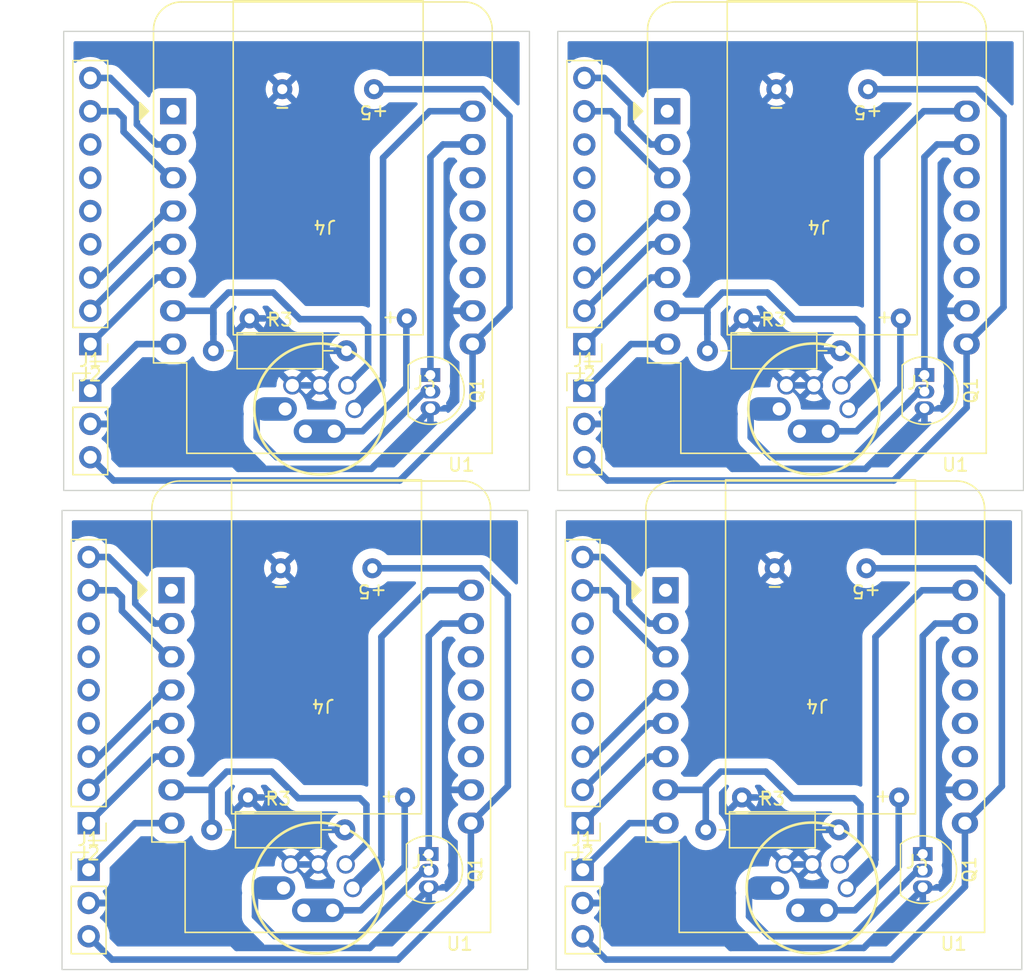
<source format=kicad_pcb>
(kicad_pcb (version 20211014) (generator pcbnew)
  (layers (0 "F.Cu" signal) (31 "B.Cu" signal) (34 "B.Paste" user) (35 "F.Paste" user) (36 "B.SilkS" user "B.Silkscreen") (37 "F.SilkS" user "F.Silkscreen") (38 "B.Mask" user) (39 "F.Mask" user) (44 "Edge.Cuts" user))
  (net 0 "")
  (net 1 "+3V3")
  (net 2 "GND")
  (net 3 "+5V")
  (net 4 "Net-(J2-Pad1)")
  (net 5 "Net-(J2-Pad2)")
  (net 6 "Net-(J2-Pad3)")
  (net 7 "Net-(J2-Pad4)")
  (net 8 "Net-(J2-Pad5)")
  (net 9 "Net-(J2-Pad6)")
  (net 10 "Net-(J2-Pad7)")
  (net 11 "Net-(J2-Pad8)")
  (net 12 "Net-(J2-Pad9)")
  (net 13 "VCC")
  (net 14 "Net-(J3-Pad3)")
  (net 15 "Net-(J3-Pad4)")
  (net 16 "Net-(J3-Pad5)")
  (net 18 "Net-(U1-Pad15)")
  (footprint "Connector_PinHeader_2.54mm:PinHeader_1x03_P2.54mm_Vertical" (layer "F.Cu") (at 54.864 81.788)
    (fp_text reference "J1" (at 0 -2.33) (layer "F.SilkS"))
    (fp_text value "Conn_01x03_Male")
    (pad "1" thru_hole rect (at 0 0) (size 1.7 1.7) (drill 1) (layers *.Cu *.Mask) (net 1 "+3V3"))
    (pad "2" thru_hole oval (at 0 2.54) (size 1.7 1.7) (drill 1) (layers *.Cu *.Mask) (net 2 "GND"))
    (pad "3" thru_hole oval (at 0 5.08) (size 1.7 1.7) (drill 1) (layers *.Cu *.Mask) (net 3 "+5V"))
  )
  (footprint "Connector_PinHeader_2.54mm:PinHeader_1x09_P2.54mm_Vertical" (layer "F.Cu") (at 54.864 78.232 180)
    (fp_text reference "J2" (at 0 -2.33) (layer "F.SilkS"))
    (fp_text value "Conn_01x09_Male")
    (pad "1" thru_hole rect (at 0 0 180) (size 1.7 1.7) (drill 1) (layers *.Cu *.Mask) (net 4 "Net-(J2-Pad1)"))
    (pad "2" thru_hole oval (at 0 2.54 180) (size 1.7 1.7) (drill 1) (layers *.Cu *.Mask) (net 5 "Net-(J2-Pad2)"))
    (pad "3" thru_hole oval (at 0 5.08 180) (size 1.7 1.7) (drill 1) (layers *.Cu *.Mask) (net 6 "Net-(J2-Pad3)"))
    (pad "4" thru_hole oval (at 0 7.62 180) (size 1.7 1.7) (drill 1) (layers *.Cu *.Mask) (net 7 "Net-(J2-Pad4)"))
    (pad "5" thru_hole oval (at 0 10.16 180) (size 1.7 1.7) (drill 1) (layers *.Cu *.Mask) (net 8 "Net-(J2-Pad5)"))
    (pad "6" thru_hole oval (at 0 12.7 180) (size 1.7 1.7) (drill 1) (layers *.Cu *.Mask) (net 9 "Net-(J2-Pad6)"))
    (pad "7" thru_hole oval (at 0 15.24 180) (size 1.7 1.7) (drill 1) (layers *.Cu *.Mask) (net 10 "Net-(J2-Pad7)"))
    (pad "8" thru_hole oval (at 0 17.78 180) (size 1.7 1.7) (drill 1) (layers *.Cu *.Mask) (net 11 "Net-(J2-Pad8)"))
    (pad "9" thru_hole oval (at 0 20.32 180) (size 1.7 1.7) (drill 1) (layers *.Cu *.Mask) (net 12 "Net-(J2-Pad9)"))
  )
  (footprint "Connector_PinHeader_2.54mm:PinHeader_1x03_P2.54mm_Vertical" (layer "F.Cu") (at 92.583 81.788)
    (fp_text reference "J1" (at 0 -2.33) (layer "F.SilkS"))
    (fp_text value "Conn_01x03_Male")
    (pad "1" thru_hole rect (at 0 0) (size 1.7 1.7) (drill 1) (layers *.Cu *.Mask) (net 1 "+3V3"))
    (pad "2" thru_hole oval (at 0 2.54) (size 1.7 1.7) (drill 1) (layers *.Cu *.Mask) (net 2 "GND"))
    (pad "3" thru_hole oval (at 0 5.08) (size 1.7 1.7) (drill 1) (layers *.Cu *.Mask) (net 3 "+5V"))
  )
  (footprint "Resistor_THT:R_Axial_DIN0207_L6.3mm_D2.5mm_P10.16mm_Horizontal" (layer "F.Cu") (at 101.854 115.316)
    (fp_text reference "R3" (at 5.08 -2.37) (layer "F.SilkS"))
    (fp_text value "10k")
    (pad "1" thru_hole circle (at 0 0) (size 1.6 1.6) (drill 0.8) (layers *.Cu *.Mask) (net 16 "Net-(J3-Pad5)"))
    (pad "2" thru_hole oval (at 10.16 0) (size 1.6 1.6) (drill 0.8) (layers *.Cu *.Mask) (net 2 "GND"))
  )
  (footprint "Package_TO_SOT_THT:TO-92L_Inline" (layer "F.Cu") (at 118.549 80.588 -90)
    (fp_text reference "Q1" (at 1.19 -3.56 90) (layer "F.SilkS"))
    (fp_text value "Q_PNP_EBC")
    (pad "1" thru_hole rect (at 0 0 270) (size 1.05 1.5) (drill 0.75) (layers *.Cu *.Mask) (net 18 "Net-(U1-Pad15)"))
    (pad "2" thru_hole oval (at 1.27 0 270) (size 1.05 1.5) (drill 0.75) (layers *.Cu *.Mask) (net 15 "Net-(J3-Pad4)"))
    (pad "3" thru_hole oval (at 2.54 0 270) (size 1.05 1.5) (drill 0.75) (layers *.Cu *.Mask) (net 2 "GND"))
  )
  (footprint "Resistor_THT:R_Axial_DIN0207_L6.3mm_D2.5mm_P10.16mm_Horizontal" (layer "F.Cu") (at 64.262 78.74)
    (fp_text reference "R3" (at 5.08 -2.37) (layer "F.SilkS"))
    (fp_text value "10k")
    (pad "1" thru_hole circle (at 0 0) (size 1.6 1.6) (drill 0.8) (layers *.Cu *.Mask) (net 16 "Net-(J3-Pad5)"))
    (pad "2" thru_hole oval (at 10.16 0) (size 1.6 1.6) (drill 0.8) (layers *.Cu *.Mask) (net 2 "GND"))
  )
  (footprint "Connector_PinHeader_2.54mm:PinHeader_1x03_P2.54mm_Vertical" (layer "F.Cu") (at 54.737 118.364)
    (fp_text reference "J1" (at 0 -2.33) (layer "F.SilkS"))
    (fp_text value "Conn_01x03_Male")
    (pad "1" thru_hole rect (at 0 0) (size 1.7 1.7) (drill 1) (layers *.Cu *.Mask) (net 1 "+3V3"))
    (pad "2" thru_hole oval (at 0 2.54) (size 1.7 1.7) (drill 1) (layers *.Cu *.Mask) (net 2 "GND"))
    (pad "3" thru_hole oval (at 0 5.08) (size 1.7 1.7) (drill 1) (layers *.Cu *.Mask) (net 3 "+5V"))
  )
  (footprint "Module:WEMOS_D1_mini_light" (layer "F.Cu") (at 61.063 97.026)
    (fp_text reference "U1" (at 22 27) (layer "F.SilkS"))
    (fp_text value "WeMos_D1_mini")
    (pad "1" thru_hole rect (at 0 0) (size 2 2) (drill 1) (layers *.Cu *.Mask))
    (pad "2" thru_hole oval (at 0 2.54) (size 2 1.6) (drill 1) (layers *.Cu *.Mask) (net 12 "Net-(J2-Pad9)"))
    (pad "3" thru_hole oval (at 0 5.08) (size 2 1.6) (drill 1) (layers *.Cu *.Mask) (net 11 "Net-(J2-Pad8)"))
    (pad "4" thru_hole oval (at 0 7.62) (size 2 1.6) (drill 1) (layers *.Cu *.Mask) (net 6 "Net-(J2-Pad3)"))
    (pad "5" thru_hole oval (at 0 10.16) (size 2 1.6) (drill 1) (layers *.Cu *.Mask) (net 5 "Net-(J2-Pad2)"))
    (pad "6" thru_hole oval (at 0 12.7) (size 2 1.6) (drill 1) (layers *.Cu *.Mask) (net 4 "Net-(J2-Pad1)"))
    (pad "7" thru_hole oval (at 0 15.24) (size 2 1.6) (drill 1) (layers *.Cu *.Mask) (net 16 "Net-(J3-Pad5)"))
    (pad "8" thru_hole oval (at 0 17.78) (size 2 1.6) (drill 1) (layers *.Cu *.Mask) (net 1 "+3V3"))
    (pad "9" thru_hole oval (at 22.86 17.78) (size 2 1.6) (drill 1) (layers *.Cu *.Mask) (net 3 "+5V"))
    (pad "10" thru_hole oval (at 22.86 15.24) (size 2 1.6) (drill 1) (layers *.Cu *.Mask) (net 2 "GND"))
    (pad "11" thru_hole oval (at 22.86 12.7) (size 2 1.6) (drill 1) (layers *.Cu *.Mask) (net 7 "Net-(J2-Pad4)"))
    (pad "12" thru_hole oval (at 22.86 10.16) (size 2 1.6) (drill 1) (layers *.Cu *.Mask) (net 8 "Net-(J2-Pad5)"))
    (pad "13" thru_hole oval (at 22.86 7.62) (size 2 1.6) (drill 1) (layers *.Cu *.Mask) (net 9 "Net-(J2-Pad6)"))
    (pad "14" thru_hole oval (at 22.86 5.08) (size 2 1.6) (drill 1) (layers *.Cu *.Mask) (net 10 "Net-(J2-Pad7)"))
    (pad "15" thru_hole oval (at 22.86 2.54) (size 2 1.6) (drill 1) (layers *.Cu *.Mask) (net 18 "Net-(U1-Pad15)"))
    (pad "16" thru_hole oval (at 22.86 0) (size 2 1.6) (drill 1) (layers *.Cu *.Mask) (net 14 "Net-(J3-Pad3)"))
  )
  (footprint "CursedDin:Buck" (layer "F.Cu") (at 110.744 64.77 180)
    (fp_text reference "J4" (at 0.25 -4.5 180 unlocked) (layer "F.SilkS"))
    (fp_text value "Buck")
    (fp_text user "+" (at -4.75 -11.5 180 unlocked) (layer "F.SilkS"))
    (fp_text user "-" (at 3.5 4.5 180 unlocked) (layer "F.SilkS"))
    (fp_text user "-" (at 4.25 -11.5 180 unlocked) (layer "F.SilkS"))
    (fp_text user "+5" (at -3.5 4.25 180 unlocked) (layer "F.SilkS"))
    (pad "1" thru_hole circle (at -6 -11.5 180) (size 1.524 1.524) (drill 0.762) (layers *.Cu *.Mask) (net 13 "VCC"))
    (pad "2" thru_hole circle (at 6 -11.5 180) (size 1.524 1.524) (drill 0.762) (layers *.Cu *.Mask) (net 2 "GND"))
    (pad "3" thru_hole circle (at -3.5 6 180) (size 1.524 1.524) (drill 0.762) (layers *.Cu *.Mask) (net 3 "+5V"))
    (pad "4" thru_hole circle (at 3.5 6 180) (size 1.524 1.524) (drill 0.762) (layers *.Cu *.Mask) (net 2 "GND"))
  )
  (footprint "Resistor_THT:R_Axial_DIN0207_L6.3mm_D2.5mm_P10.16mm_Horizontal" (layer "F.Cu") (at 64.135 115.316)
    (fp_text reference "R3" (at 5.08 -2.37) (layer "F.SilkS"))
    (fp_text value "10k")
    (pad "1" thru_hole circle (at 0 0) (size 1.6 1.6) (drill 0.8) (layers *.Cu *.Mask) (net 16 "Net-(J3-Pad5)"))
    (pad "2" thru_hole oval (at 10.16 0) (size 1.6 1.6) (drill 0.8) (layers *.Cu *.Mask) (net 2 "GND"))
  )
  (footprint "CursedDin:Buck" (layer "F.Cu") (at 110.617 101.346 180)
    (fp_text reference "J4" (at 0.25 -4.5 180 unlocked) (layer "F.SilkS"))
    (fp_text value "Buck")
    (fp_text user "+" (at -4.75 -11.5 180 unlocked) (layer "F.SilkS"))
    (fp_text user "-" (at 3.5 4.5 180 unlocked) (layer "F.SilkS"))
    (fp_text user "-" (at 4.25 -11.5 180 unlocked) (layer "F.SilkS"))
    (fp_text user "+5" (at -3.5 4.25 180 unlocked) (layer "F.SilkS"))
    (pad "1" thru_hole circle (at -6 -11.5 180) (size 1.524 1.524) (drill 0.762) (layers *.Cu *.Mask) (net 13 "VCC"))
    (pad "2" thru_hole circle (at 6 -11.5 180) (size 1.524 1.524) (drill 0.762) (layers *.Cu *.Mask) (net 2 "GND"))
    (pad "3" thru_hole circle (at -3.5 6 180) (size 1.524 1.524) (drill 0.762) (layers *.Cu *.Mask) (net 3 "+5V"))
    (pad "4" thru_hole circle (at 3.5 6 180) (size 1.524 1.524) (drill 0.762) (layers *.Cu *.Mask) (net 2 "GND"))
  )
  (footprint "CursedDin:Mini 7" (layer "F.Cu") (at 109.982 119.761)
    (fp_text reference "J3" (at 8 -2 unlocked) (layer "F.SilkS"))
    (fp_text value "Mini-DIN-7")
    (pad "1" thru_hole circle (at 1.1 1.7) (size 1.4 1.4) (drill 1) (layers *.Cu *.Mask) (net 13 "VCC"))
    (pad "2" thru_hole circle (at -1.1 1.7) (size 1.4 1.4) (drill 1) (layers *.Cu *.Mask) (net 13 "VCC"))
    (pad "3" thru_hole circle (at 2.65 0) (size 1.4 1.4) (drill 1) (layers *.Cu *.Mask) (net 14 "Net-(J3-Pad3)"))
    (pad "4" thru_hole circle (at -2.65 0) (size 1.4 1.4) (drill 1) (layers *.Cu *.Mask) (net 15 "Net-(J3-Pad4)"))
    (pad "5" thru_hole circle (at 2.1 -1.8) (size 1.4 1.4) (drill 1) (layers *.Cu *.Mask) (net 16 "Net-(J3-Pad5)"))
    (pad "6" thru_hole circle (at 0 -1.8) (size 1.4 1.4) (drill 1) (layers *.Cu *.Mask) (net 2 "GND"))
    (pad "7" thru_hole circle (at -2.1 -1.8) (size 1.4 1.4) (drill 1) (layers *.Cu *.Mask) (net 2 "GND"))
  )
  (footprint "CursedDin:Mini 7" (layer "F.Cu") (at 72.263 119.761)
    (fp_text reference "J3" (at 8 -2 unlocked) (layer "F.SilkS"))
    (fp_text value "Mini-DIN-7")
    (pad "1" thru_hole circle (at 1.1 1.7) (size 1.4 1.4) (drill 1) (layers *.Cu *.Mask) (net 13 "VCC"))
    (pad "2" thru_hole circle (at -1.1 1.7) (size 1.4 1.4) (drill 1) (layers *.Cu *.Mask) (net 13 "VCC"))
    (pad "3" thru_hole circle (at 2.65 0) (size 1.4 1.4) (drill 1) (layers *.Cu *.Mask) (net 14 "Net-(J3-Pad3)"))
    (pad "4" thru_hole circle (at -2.65 0) (size 1.4 1.4) (drill 1) (layers *.Cu *.Mask) (net 15 "Net-(J3-Pad4)"))
    (pad "5" thru_hole circle (at 2.1 -1.8) (size 1.4 1.4) (drill 1) (layers *.Cu *.Mask) (net 16 "Net-(J3-Pad5)"))
    (pad "6" thru_hole circle (at 0 -1.8) (size 1.4 1.4) (drill 1) (layers *.Cu *.Mask) (net 2 "GND"))
    (pad "7" thru_hole circle (at -2.1 -1.8) (size 1.4 1.4) (drill 1) (layers *.Cu *.Mask) (net 2 "GND"))
  )
  (footprint "CursedDin:Buck" (layer "F.Cu") (at 72.898 101.346 180)
    (fp_text reference "J4" (at 0.25 -4.5 180 unlocked) (layer "F.SilkS"))
    (fp_text value "Buck")
    (fp_text user "+" (at -4.75 -11.5 180 unlocked) (layer "F.SilkS"))
    (fp_text user "-" (at 3.5 4.5 180 unlocked) (layer "F.SilkS"))
    (fp_text user "-" (at 4.25 -11.5 180 unlocked) (layer "F.SilkS"))
    (fp_text user "+5" (at -3.5 4.25 180 unlocked) (layer "F.SilkS"))
    (pad "1" thru_hole circle (at -6 -11.5 180) (size 1.524 1.524) (drill 0.762) (layers *.Cu *.Mask) (net 13 "VCC"))
    (pad "2" thru_hole circle (at 6 -11.5 180) (size 1.524 1.524) (drill 0.762) (layers *.Cu *.Mask) (net 2 "GND"))
    (pad "3" thru_hole circle (at -3.5 6 180) (size 1.524 1.524) (drill 0.762) (layers *.Cu *.Mask) (net 3 "+5V"))
    (pad "4" thru_hole circle (at 3.5 6 180) (size 1.524 1.524) (drill 0.762) (layers *.Cu *.Mask) (net 2 "GND"))
  )
  (footprint "Package_TO_SOT_THT:TO-92L_Inline" (layer "F.Cu") (at 118.422 117.164 -90)
    (fp_text reference "Q1" (at 1.19 -3.56 90) (layer "F.SilkS"))
    (fp_text value "Q_PNP_EBC")
    (pad "1" thru_hole rect (at 0 0 270) (size 1.05 1.5) (drill 0.75) (layers *.Cu *.Mask) (net 18 "Net-(U1-Pad15)"))
    (pad "2" thru_hole oval (at 1.27 0 270) (size 1.05 1.5) (drill 0.75) (layers *.Cu *.Mask) (net 15 "Net-(J3-Pad4)"))
    (pad "3" thru_hole oval (at 2.54 0 270) (size 1.05 1.5) (drill 0.75) (layers *.Cu *.Mask) (net 2 "GND"))
  )
  (footprint "Resistor_THT:R_Axial_DIN0207_L6.3mm_D2.5mm_P10.16mm_Horizontal" (layer "F.Cu") (at 101.981 78.74)
    (fp_text reference "R3" (at 5.08 -2.37) (layer "F.SilkS"))
    (fp_text value "10k")
    (pad "1" thru_hole circle (at 0 0) (size 1.6 1.6) (drill 0.8) (layers *.Cu *.Mask) (net 16 "Net-(J3-Pad5)"))
    (pad "2" thru_hole oval (at 10.16 0) (size 1.6 1.6) (drill 0.8) (layers *.Cu *.Mask) (net 2 "GND"))
  )
  (footprint "Package_TO_SOT_THT:TO-92L_Inline" (layer "F.Cu") (at 80.83 80.588 -90)
    (fp_text reference "Q1" (at 1.19 -3.56 90) (layer "F.SilkS"))
    (fp_text value "Q_PNP_EBC")
    (pad "1" thru_hole rect (at 0 0 270) (size 1.05 1.5) (drill 0.75) (layers *.Cu *.Mask) (net 18 "Net-(U1-Pad15)"))
    (pad "2" thru_hole oval (at 1.27 0 270) (size 1.05 1.5) (drill 0.75) (layers *.Cu *.Mask) (net 15 "Net-(J3-Pad4)"))
    (pad "3" thru_hole oval (at 2.54 0 270) (size 1.05 1.5) (drill 0.75) (layers *.Cu *.Mask) (net 2 "GND"))
  )
  (footprint "CursedDin:Mini 7" (layer "F.Cu") (at 110.109 83.185)
    (fp_text reference "J3" (at 8 -2 unlocked) (layer "F.SilkS"))
    (fp_text value "Mini-DIN-7")
    (pad "1" thru_hole circle (at 1.1 1.7) (size 1.4 1.4) (drill 1) (layers *.Cu *.Mask) (net 13 "VCC"))
    (pad "2" thru_hole circle (at -1.1 1.7) (size 1.4 1.4) (drill 1) (layers *.Cu *.Mask) (net 13 "VCC"))
    (pad "3" thru_hole circle (at 2.65 0) (size 1.4 1.4) (drill 1) (layers *.Cu *.Mask) (net 14 "Net-(J3-Pad3)"))
    (pad "4" thru_hole circle (at -2.65 0) (size 1.4 1.4) (drill 1) (layers *.Cu *.Mask) (net 15 "Net-(J3-Pad4)"))
    (pad "5" thru_hole circle (at 2.1 -1.8) (size 1.4 1.4) (drill 1) (layers *.Cu *.Mask) (net 16 "Net-(J3-Pad5)"))
    (pad "6" thru_hole circle (at 0 -1.8) (size 1.4 1.4) (drill 1) (layers *.Cu *.Mask) (net 2 "GND"))
    (pad "7" thru_hole circle (at -2.1 -1.8) (size 1.4 1.4) (drill 1) (layers *.Cu *.Mask) (net 2 "GND"))
  )
  (footprint "Connector_PinHeader_2.54mm:PinHeader_1x09_P2.54mm_Vertical" (layer "F.Cu") (at 92.456 114.808 180)
    (fp_text reference "J2" (at 0 -2.33) (layer "F.SilkS"))
    (fp_text value "Conn_01x09_Male")
    (pad "1" thru_hole rect (at 0 0 180) (size 1.7 1.7) (drill 1) (layers *.Cu *.Mask) (net 4 "Net-(J2-Pad1)"))
    (pad "2" thru_hole oval (at 0 2.54 180) (size 1.7 1.7) (drill 1) (layers *.Cu *.Mask) (net 5 "Net-(J2-Pad2)"))
    (pad "3" thru_hole oval (at 0 5.08 180) (size 1.7 1.7) (drill 1) (layers *.Cu *.Mask) (net 6 "Net-(J2-Pad3)"))
    (pad "4" thru_hole oval (at 0 7.62 180) (size 1.7 1.7) (drill 1) (layers *.Cu *.Mask) (net 7 "Net-(J2-Pad4)"))
    (pad "5" thru_hole oval (at 0 10.16 180) (size 1.7 1.7) (drill 1) (layers *.Cu *.Mask) (net 8 "Net-(J2-Pad5)"))
    (pad "6" thru_hole oval (at 0 12.7 180) (size 1.7 1.7) (drill 1) (layers *.Cu *.Mask) (net 9 "Net-(J2-Pad6)"))
    (pad "7" thru_hole oval (at 0 15.24 180) (size 1.7 1.7) (drill 1) (layers *.Cu *.Mask) (net 10 "Net-(J2-Pad7)"))
    (pad "8" thru_hole oval (at 0 17.78 180) (size 1.7 1.7) (drill 1) (layers *.Cu *.Mask) (net 11 "Net-(J2-Pad8)"))
    (pad "9" thru_hole oval (at 0 20.32 180) (size 1.7 1.7) (drill 1) (layers *.Cu *.Mask) (net 12 "Net-(J2-Pad9)"))
  )
  (footprint "Package_TO_SOT_THT:TO-92L_Inline" (layer "F.Cu") (at 80.703 117.164 -90)
    (fp_text reference "Q1" (at 1.19 -3.56 90) (layer "F.SilkS"))
    (fp_text value "Q_PNP_EBC")
    (pad "1" thru_hole rect (at 0 0 270) (size 1.05 1.5) (drill 0.75) (layers *.Cu *.Mask) (net 18 "Net-(U1-Pad15)"))
    (pad "2" thru_hole oval (at 1.27 0 270) (size 1.05 1.5) (drill 0.75) (layers *.Cu *.Mask) (net 15 "Net-(J3-Pad4)"))
    (pad "3" thru_hole oval (at 2.54 0 270) (size 1.05 1.5) (drill 0.75) (layers *.Cu *.Mask) (net 2 "GND"))
  )
  (footprint "CursedDin:Mini 7" (layer "F.Cu") (at 72.39 83.185)
    (fp_text reference "J3" (at 8 -2 unlocked) (layer "F.SilkS"))
    (fp_text value "Mini-DIN-7")
    (pad "1" thru_hole circle (at 1.1 1.7) (size 1.4 1.4) (drill 1) (layers *.Cu *.Mask) (net 13 "VCC"))
    (pad "2" thru_hole circle (at -1.1 1.7) (size 1.4 1.4) (drill 1) (layers *.Cu *.Mask) (net 13 "VCC"))
    (pad "3" thru_hole circle (at 2.65 0) (size 1.4 1.4) (drill 1) (layers *.Cu *.Mask) (net 14 "Net-(J3-Pad3)"))
    (pad "4" thru_hole circle (at -2.65 0) (size 1.4 1.4) (drill 1) (layers *.Cu *.Mask) (net 15 "Net-(J3-Pad4)"))
    (pad "5" thru_hole circle (at 2.1 -1.8) (size 1.4 1.4) (drill 1) (layers *.Cu *.Mask) (net 16 "Net-(J3-Pad5)"))
    (pad "6" thru_hole circle (at 0 -1.8) (size 1.4 1.4) (drill 1) (layers *.Cu *.Mask) (net 2 "GND"))
    (pad "7" thru_hole circle (at -2.1 -1.8) (size 1.4 1.4) (drill 1) (layers *.Cu *.Mask) (net 2 "GND"))
  )
  (footprint "CursedDin:Buck" (layer "F.Cu") (at 73.025 64.77 180)
    (fp_text reference "J4" (at 0.25 -4.5 180 unlocked) (layer "F.SilkS"))
    (fp_text value "Buck")
    (fp_text user "+" (at -4.75 -11.5 180 unlocked) (layer "F.SilkS"))
    (fp_text user "-" (at 3.5 4.5 180 unlocked) (layer "F.SilkS"))
    (fp_text user "-" (at 4.25 -11.5 180 unlocked) (layer "F.SilkS"))
    (fp_text user "+5" (at -3.5 4.25 180 unlocked) (layer "F.SilkS"))
    (pad "1" thru_hole circle (at -6 -11.5 180) (size 1.524 1.524) (drill 0.762) (layers *.Cu *.Mask) (net 13 "VCC"))
    (pad "2" thru_hole circle (at 6 -11.5 180) (size 1.524 1.524) (drill 0.762) (layers *.Cu *.Mask) (net 2 "GND"))
    (pad "3" thru_hole circle (at -3.5 6 180) (size 1.524 1.524) (drill 0.762) (layers *.Cu *.Mask) (net 3 "+5V"))
    (pad "4" thru_hole circle (at 3.5 6 180) (size 1.524 1.524) (drill 0.762) (layers *.Cu *.Mask) (net 2 "GND"))
  )
  (footprint "Module:WEMOS_D1_mini_light" (layer "F.Cu") (at 61.19 60.45)
    (fp_text reference "U1" (at 22 27) (layer "F.SilkS"))
    (fp_text value "WeMos_D1_mini")
    (pad "1" thru_hole rect (at 0 0) (size 2 2) (drill 1) (layers *.Cu *.Mask))
    (pad "2" thru_hole oval (at 0 2.54) (size 2 1.6) (drill 1) (layers *.Cu *.Mask) (net 12 "Net-(J2-Pad9)"))
    (pad "3" thru_hole oval (at 0 5.08) (size 2 1.6) (drill 1) (layers *.Cu *.Mask) (net 11 "Net-(J2-Pad8)"))
    (pad "4" thru_hole oval (at 0 7.62) (size 2 1.6) (drill 1) (layers *.Cu *.Mask) (net 6 "Net-(J2-Pad3)"))
    (pad "5" thru_hole oval (at 0 10.16) (size 2 1.6) (drill 1) (layers *.Cu *.Mask) (net 5 "Net-(J2-Pad2)"))
    (pad "6" thru_hole oval (at 0 12.7) (size 2 1.6) (drill 1) (layers *.Cu *.Mask) (net 4 "Net-(J2-Pad1)"))
    (pad "7" thru_hole oval (at 0 15.24) (size 2 1.6) (drill 1) (layers *.Cu *.Mask) (net 16 "Net-(J3-Pad5)"))
    (pad "8" thru_hole oval (at 0 17.78) (size 2 1.6) (drill 1) (layers *.Cu *.Mask) (net 1 "+3V3"))
    (pad "9" thru_hole oval (at 22.86 17.78) (size 2 1.6) (drill 1) (layers *.Cu *.Mask) (net 3 "+5V"))
    (pad "10" thru_hole oval (at 22.86 15.24) (size 2 1.6) (drill 1) (layers *.Cu *.Mask) (net 2 "GND"))
    (pad "11" thru_hole oval (at 22.86 12.7) (size 2 1.6) (drill 1) (layers *.Cu *.Mask) (net 7 "Net-(J2-Pad4)"))
    (pad "12" thru_hole oval (at 22.86 10.16) (size 2 1.6) (drill 1) (layers *.Cu *.Mask) (net 8 "Net-(J2-Pad5)"))
    (pad "13" thru_hole oval (at 22.86 7.62) (size 2 1.6) (drill 1) (layers *.Cu *.Mask) (net 9 "Net-(J2-Pad6)"))
    (pad "14" thru_hole oval (at 22.86 5.08) (size 2 1.6) (drill 1) (layers *.Cu *.Mask) (net 10 "Net-(J2-Pad7)"))
    (pad "15" thru_hole oval (at 22.86 2.54) (size 2 1.6) (drill 1) (layers *.Cu *.Mask) (net 18 "Net-(U1-Pad15)"))
    (pad "16" thru_hole oval (at 22.86 0) (size 2 1.6) (drill 1) (layers *.Cu *.Mask) (net 14 "Net-(J3-Pad3)"))
  )
  (footprint "Module:WEMOS_D1_mini_light" (layer "F.Cu") (at 98.782 97.026)
    (fp_text reference "U1" (at 22 27) (layer "F.SilkS"))
    (fp_text value "WeMos_D1_mini")
    (pad "1" thru_hole rect (at 0 0) (size 2 2) (drill 1) (layers *.Cu *.Mask))
    (pad "2" thru_hole oval (at 0 2.54) (size 2 1.6) (drill 1) (layers *.Cu *.Mask) (net 12 "Net-(J2-Pad9)"))
    (pad "3" thru_hole oval (at 0 5.08) (size 2 1.6) (drill 1) (layers *.Cu *.Mask) (net 11 "Net-(J2-Pad8)"))
    (pad "4" thru_hole oval (at 0 7.62) (size 2 1.6) (drill 1) (layers *.Cu *.Mask) (net 6 "Net-(J2-Pad3)"))
    (pad "5" thru_hole oval (at 0 10.16) (size 2 1.6) (drill 1) (layers *.Cu *.Mask) (net 5 "Net-(J2-Pad2)"))
    (pad "6" thru_hole oval (at 0 12.7) (size 2 1.6) (drill 1) (layers *.Cu *.Mask) (net 4 "Net-(J2-Pad1)"))
    (pad "7" thru_hole oval (at 0 15.24) (size 2 1.6) (drill 1) (layers *.Cu *.Mask) (net 16 "Net-(J3-Pad5)"))
    (pad "8" thru_hole oval (at 0 17.78) (size 2 1.6) (drill 1) (layers *.Cu *.Mask) (net 1 "+3V3"))
    (pad "9" thru_hole oval (at 22.86 17.78) (size 2 1.6) (drill 1) (layers *.Cu *.Mask) (net 3 "+5V"))
    (pad "10" thru_hole oval (at 22.86 15.24) (size 2 1.6) (drill 1) (layers *.Cu *.Mask) (net 2 "GND"))
    (pad "11" thru_hole oval (at 22.86 12.7) (size 2 1.6) (drill 1) (layers *.Cu *.Mask) (net 7 "Net-(J2-Pad4)"))
    (pad "12" thru_hole oval (at 22.86 10.16) (size 2 1.6) (drill 1) (layers *.Cu *.Mask) (net 8 "Net-(J2-Pad5)"))
    (pad "13" thru_hole oval (at 22.86 7.62) (size 2 1.6) (drill 1) (layers *.Cu *.Mask) (net 9 "Net-(J2-Pad6)"))
    (pad "14" thru_hole oval (at 22.86 5.08) (size 2 1.6) (drill 1) (layers *.Cu *.Mask) (net 10 "Net-(J2-Pad7)"))
    (pad "15" thru_hole oval (at 22.86 2.54) (size 2 1.6) (drill 1) (layers *.Cu *.Mask) (net 18 "Net-(U1-Pad15)"))
    (pad "16" thru_hole oval (at 22.86 0) (size 2 1.6) (drill 1) (layers *.Cu *.Mask) (net 14 "Net-(J3-Pad3)"))
  )
  (footprint "Module:WEMOS_D1_mini_light" (layer "F.Cu") (at 98.909 60.45)
    (fp_text reference "U1" (at 22 27) (layer "F.SilkS"))
    (fp_text value "WeMos_D1_mini")
    (pad "1" thru_hole rect (at 0 0) (size 2 2) (drill 1) (layers *.Cu *.Mask))
    (pad "2" thru_hole oval (at 0 2.54) (size 2 1.6) (drill 1) (layers *.Cu *.Mask) (net 12 "Net-(J2-Pad9)"))
    (pad "3" thru_hole oval (at 0 5.08) (size 2 1.6) (drill 1) (layers *.Cu *.Mask) (net 11 "Net-(J2-Pad8)"))
    (pad "4" thru_hole oval (at 0 7.62) (size 2 1.6) (drill 1) (layers *.Cu *.Mask) (net 6 "Net-(J2-Pad3)"))
    (pad "5" thru_hole oval (at 0 10.16) (size 2 1.6) (drill 1) (layers *.Cu *.Mask) (net 5 "Net-(J2-Pad2)"))
    (pad "6" thru_hole oval (at 0 12.7) (size 2 1.6) (drill 1) (layers *.Cu *.Mask) (net 4 "Net-(J2-Pad1)"))
    (pad "7" thru_hole oval (at 0 15.24) (size 2 1.6) (drill 1) (layers *.Cu *.Mask) (net 16 "Net-(J3-Pad5)"))
    (pad "8" thru_hole oval (at 0 17.78) (size 2 1.6) (drill 1) (layers *.Cu *.Mask) (net 1 "+3V3"))
    (pad "9" thru_hole oval (at 22.86 17.78) (size 2 1.6) (drill 1) (layers *.Cu *.Mask) (net 3 "+5V"))
    (pad "10" thru_hole oval (at 22.86 15.24) (size 2 1.6) (drill 1) (layers *.Cu *.Mask) (net 2 "GND"))
    (pad "11" thru_hole oval (at 22.86 12.7) (size 2 1.6) (drill 1) (layers *.Cu *.Mask) (net 7 "Net-(J2-Pad4)"))
    (pad "12" thru_hole oval (at 22.86 10.16) (size 2 1.6) (drill 1) (layers *.Cu *.Mask) (net 8 "Net-(J2-Pad5)"))
    (pad "13" thru_hole oval (at 22.86 7.62) (size 2 1.6) (drill 1) (layers *.Cu *.Mask) (net 9 "Net-(J2-Pad6)"))
    (pad "14" thru_hole oval (at 22.86 5.08) (size 2 1.6) (drill 1) (layers *.Cu *.Mask) (net 10 "Net-(J2-Pad7)"))
    (pad "15" thru_hole oval (at 22.86 2.54) (size 2 1.6) (drill 1) (layers *.Cu *.Mask) (net 18 "Net-(U1-Pad15)"))
    (pad "16" thru_hole oval (at 22.86 0) (size 2 1.6) (drill 1) (layers *.Cu *.Mask) (net 14 "Net-(J3-Pad3)"))
  )
  (footprint "Connector_PinHeader_2.54mm:PinHeader_1x09_P2.54mm_Vertical" (layer "F.Cu") (at 54.737 114.808 180)
    (fp_text reference "J2" (at 0 -2.33) (layer "F.SilkS"))
    (fp_text value "Conn_01x09_Male")
    (pad "1" thru_hole rect (at 0 0 180) (size 1.7 1.7) (drill 1) (layers *.Cu *.Mask) (net 4 "Net-(J2-Pad1)"))
    (pad "2" thru_hole oval (at 0 2.54 180) (size 1.7 1.7) (drill 1) (layers *.Cu *.Mask) (net 5 "Net-(J2-Pad2)"))
    (pad "3" thru_hole oval (at 0 5.08 180) (size 1.7 1.7) (drill 1) (layers *.Cu *.Mask) (net 6 "Net-(J2-Pad3)"))
    (pad "4" thru_hole oval (at 0 7.62 180) (size 1.7 1.7) (drill 1) (layers *.Cu *.Mask) (net 7 "Net-(J2-Pad4)"))
    (pad "5" thru_hole oval (at 0 10.16 180) (size 1.7 1.7) (drill 1) (layers *.Cu *.Mask) (net 8 "Net-(J2-Pad5)"))
    (pad "6" thru_hole oval (at 0 12.7 180) (size 1.7 1.7) (drill 1) (layers *.Cu *.Mask) (net 9 "Net-(J2-Pad6)"))
    (pad "7" thru_hole oval (at 0 15.24 180) (size 1.7 1.7) (drill 1) (layers *.Cu *.Mask) (net 10 "Net-(J2-Pad7)"))
    (pad "8" thru_hole oval (at 0 17.78 180) (size 1.7 1.7) (drill 1) (layers *.Cu *.Mask) (net 11 "Net-(J2-Pad8)"))
    (pad "9" thru_hole oval (at 0 20.32 180) (size 1.7 1.7) (drill 1) (layers *.Cu *.Mask) (net 12 "Net-(J2-Pad9)"))
  )
  (footprint "Connector_PinHeader_2.54mm:PinHeader_1x09_P2.54mm_Vertical" (layer "F.Cu") (at 92.583 78.232 180)
    (fp_text reference "J2" (at 0 -2.33) (layer "F.SilkS"))
    (fp_text value "Conn_01x09_Male")
    (pad "1" thru_hole rect (at 0 0 180) (size 1.7 1.7) (drill 1) (layers *.Cu *.Mask) (net 4 "Net-(J2-Pad1)"))
    (pad "2" thru_hole oval (at 0 2.54 180) (size 1.7 1.7) (drill 1) (layers *.Cu *.Mask) (net 5 "Net-(J2-Pad2)"))
    (pad "3" thru_hole oval (at 0 5.08 180) (size 1.7 1.7) (drill 1) (layers *.Cu *.Mask) (net 6 "Net-(J2-Pad3)"))
    (pad "4" thru_hole oval (at 0 7.62 180) (size 1.7 1.7) (drill 1) (layers *.Cu *.Mask) (net 7 "Net-(J2-Pad4)"))
    (pad "5" thru_hole oval (at 0 10.16 180) (size 1.7 1.7) (drill 1) (layers *.Cu *.Mask) (net 8 "Net-(J2-Pad5)"))
    (pad "6" thru_hole oval (at 0 12.7 180) (size 1.7 1.7) (drill 1) (layers *.Cu *.Mask) (net 9 "Net-(J2-Pad6)"))
    (pad "7" thru_hole oval (at 0 15.24 180) (size 1.7 1.7) (drill 1) (layers *.Cu *.Mask) (net 10 "Net-(J2-Pad7)"))
    (pad "8" thru_hole oval (at 0 17.78 180) (size 1.7 1.7) (drill 1) (layers *.Cu *.Mask) (net 11 "Net-(J2-Pad8)"))
    (pad "9" thru_hole oval (at 0 20.32 180) (size 1.7 1.7) (drill 1) (layers *.Cu *.Mask) (net 12 "Net-(J2-Pad9)"))
  )
  (footprint "Connector_PinHeader_2.54mm:PinHeader_1x03_P2.54mm_Vertical" (layer "F.Cu") (at 92.456 118.364)
    (fp_text reference "J1" (at 0 -2.33) (layer "F.SilkS"))
    (fp_text value "Conn_01x03_Male")
    (pad "1" thru_hole rect (at 0 0) (size 1.7 1.7) (drill 1) (layers *.Cu *.Mask) (net 1 "+3V3"))
    (pad "2" thru_hole oval (at 0 2.54) (size 1.7 1.7) (drill 1) (layers *.Cu *.Mask) (net 2 "GND"))
    (pad "3" thru_hole oval (at 0 5.08) (size 1.7 1.7) (drill 1) (layers *.Cu *.Mask) (net 3 "+5V"))
  )
  (gr_rect (start 90.424 108.458) (end 90.424 108.458) (layer "Edge.Cuts") (width 0.1) (fill none))
  (gr_rect (start 52.705 108.458) (end 52.705 108.458) (layer "Edge.Cuts") (width 0.1) (fill none))
  (gr_rect (start 88.265 125.984) (end 52.705 90.932) (layer "Edge.Cuts") (width 0.1) (fill none))
  (gr_rect (start 90.551 71.882) (end 90.551 71.882) (layer "Edge.Cuts") (width 0.1) (fill none))
  (gr_rect (start 88.392 89.408) (end 52.832 54.356) (layer "Edge.Cuts") (width 0.1) (fill none))
  (gr_rect (start 52.832 71.882) (end 52.832 71.882) (layer "Edge.Cuts") (width 0.1) (fill none))
  (gr_rect (start 126.111 89.408) (end 90.551 54.356) (layer "Edge.Cuts") (width 0.1) (fill none))
  (gr_rect (start 125.984 125.984) (end 90.424 90.932) (layer "Edge.Cuts") (width 0.1) (fill none))
  (segment (start 58.295 114.806) (end 61.063 114.806) (width 0.5) (layer "B.Cu") (net 1))
  (segment (start 58.422 78.23) (end 61.19 78.23) (width 0.5) (layer "B.Cu") (net 1))
  (segment (start 96.014 114.806) (end 98.782 114.806) (width 0.5) (layer "B.Cu") (net 1))
  (segment (start 92.583 81.788) (end 96.141 78.23) (width 0.5) (layer "B.Cu") (net 1))
  (segment (start 92.456 118.364) (end 96.014 114.806) (width 0.5) (layer "B.Cu") (net 1))
  (segment (start 54.864 81.788) (end 58.422 78.23) (width 0.5) (layer "B.Cu") (net 1))
  (segment (start 96.141 78.23) (end 98.909 78.23) (width 0.5) (layer "B.Cu") (net 1))
  (segment (start 54.737 118.364) (end 58.295 114.806) (width 0.5) (layer "B.Cu") (net 1))
  (segment (start 105.734 112.846) (end 104.617 112.846) (width 0.5) (layer "B.Cu") (net 2))
  (segment (start 70.29 81.385) (end 72.39 81.385) (width 0.5) (layer "B.Cu") (net 2))
  (segment (start 70.163 117.961) (end 72.263 117.961) (width 0.5) (layer "B.Cu") (net 2))
  (segment (start 80.83 83.254) (end 76.327 87.757) (width 0.5) (layer "B.Cu") (net 2))
  (segment (start 68.142 76.27) (end 67.025 76.27) (width 0.5) (layer "B.Cu") (net 2))
  (segment (start 118.549 83.254) (end 114.046 87.757) (width 0.5) (layer "B.Cu") (net 2))
  (segment (start 54.737 120.904) (end 62.611 120.904) (width 0.5) (layer "B.Cu") (net 2))
  (segment (start 108.009 81.385) (end 110.109 81.385) (width 0.5) (layer "B.Cu") (net 2))
  (segment (start 118.549 83.128) (end 118.549 83.254) (width 0.5) (layer "B.Cu") (net 2))
  (segment (start 54.864 84.328) (end 62.738 84.328) (width 0.5) (layer "B.Cu") (net 2))
  (segment (start 103.886 87.757) (end 100.457 84.328) (width 0.5) (layer "B.Cu") (net 2))
  (segment (start 118.422 119.83) (end 113.919 124.333) (width 0.5) (layer "B.Cu") (net 2))
  (segment (start 113.919 124.333) (end 103.759 124.333) (width 0.5) (layer "B.Cu") (net 2))
  (segment (start 103.759 124.333) (end 100.33 120.904) (width 0.5) (layer "B.Cu") (net 2))
  (segment (start 80.703 119.704) (end 80.703 119.83) (width 0.5) (layer "B.Cu") (net 2))
  (segment (start 114.046 87.757) (end 103.886 87.757) (width 0.5) (layer "B.Cu") (net 2))
  (segment (start 76.327 87.757) (end 66.167 87.757) (width 0.5) (layer "B.Cu") (net 2))
  (segment (start 105.861 76.27) (end 104.744 76.27) (width 0.5) (layer "B.Cu") (net 2))
  (segment (start 92.456 120.904) (end 100.33 120.904) (width 0.5) (layer "B.Cu") (net 2))
  (segment (start 76.2 124.333) (end 66.04 124.333) (width 0.5) (layer "B.Cu") (net 2))
  (segment (start 66.04 124.333) (end 62.611 120.904) (width 0.5) (layer "B.Cu") (net 2))
  (segment (start 107.882 117.961) (end 109.982 117.961) (width 0.5) (layer "B.Cu") (net 2))
  (segment (start 80.703 119.83) (end 76.2 124.333) (width 0.5) (layer "B.Cu") (net 2))
  (segment (start 92.583 84.328) (end 100.457 84.328) (width 0.5) (layer "B.Cu") (net 2))
  (segment (start 68.015 112.846) (end 66.898 112.846) (width 0.5) (layer "B.Cu") (net 2))
  (segment (start 118.422 119.704) (end 118.422 119.83) (width 0.5) (layer "B.Cu") (net 2))
  (segment (start 80.83 83.128) (end 80.83 83.254) (width 0.5) (layer "B.Cu") (net 2))
  (segment (start 66.167 87.757) (end 62.738 84.328) (width 0.5) (layer "B.Cu") (net 2))
  (segment (start 78.486 88.646) (end 84.05 83.082) (width 0.5) (layer "B.Cu") (net 3))
  (segment (start 124.46 97.409) (end 124.46 111.988) (width 0.5) (layer "B.Cu") (net 3))
  (segment (start 54.864 86.868) (end 56.642 88.646) (width 0.5) (layer "B.Cu") (net 3))
  (segment (start 86.741 97.409) (end 86.741 111.988) (width 0.5) (layer "B.Cu") (net 3))
  (segment (start 78.359 125.222) (end 83.923 119.658) (width 0.5) (layer "B.Cu") (net 3))
  (segment (start 84.805 58.77) (end 86.868 60.833) (width 0.5) (layer "B.Cu") (net 3))
  (segment (start 124.46 111.988) (end 121.642 114.806) (width 0.5) (layer "B.Cu") (net 3))
  (segment (start 114.244 58.77) (end 122.524 58.77) (width 0.5) (layer "B.Cu") (net 3))
  (segment (start 86.868 75.412) (end 84.05 78.23) (width 0.5) (layer "B.Cu") (net 3))
  (segment (start 56.515 125.222) (end 78.359 125.222) (width 0.5) (layer "B.Cu") (net 3))
  (segment (start 114.117 95.346) (end 122.397 95.346) (width 0.5) (layer "B.Cu") (net 3))
  (segment (start 54.737 123.444) (end 56.515 125.222) (width 0.5) (layer "B.Cu") (net 3))
  (segment (start 92.456 123.444) (end 94.234 125.222) (width 0.5) (layer "B.Cu") (net 3))
  (segment (start 76.398 95.346) (end 84.678 95.346) (width 0.5) (layer "B.Cu") (net 3))
  (segment (start 76.525 58.77) (end 84.805 58.77) (width 0.5) (layer "B.Cu") (net 3))
  (segment (start 86.741 111.988) (end 83.923 114.806) (width 0.5) (layer "B.Cu") (net 3))
  (segment (start 83.923 119.658) (end 83.923 114.806) (width 0.5) (layer "B.Cu") (net 3))
  (segment (start 84.678 95.346) (end 86.741 97.409) (width 0.5) (layer "B.Cu") (net 3))
  (segment (start 84.05 83.082) (end 84.05 78.23) (width 0.5) (layer "B.Cu") (net 3))
  (segment (start 56.642 88.646) (end 78.486 88.646) (width 0.5) (layer "B.Cu") (net 3))
  (segment (start 116.078 125.222) (end 121.642 119.658) (width 0.5) (layer "B.Cu") (net 3))
  (segment (start 86.868 60.833) (end 86.868 75.412) (width 0.5) (layer "B.Cu") (net 3))
  (segment (start 116.205 88.646) (end 121.769 83.082) (width 0.5) (layer "B.Cu") (net 3))
  (segment (start 121.642 119.658) (end 121.642 114.806) (width 0.5) (layer "B.Cu") (net 3))
  (segment (start 124.587 75.412) (end 121.769 78.23) (width 0.5) (layer "B.Cu") (net 3))
  (segment (start 122.397 95.346) (end 124.46 97.409) (width 0.5) (layer "B.Cu") (net 3))
  (segment (start 122.524 58.77) (end 124.587 60.833) (width 0.5) (layer "B.Cu") (net 3))
  (segment (start 92.583 86.868) (end 94.361 88.646) (width 0.5) (layer "B.Cu") (net 3))
  (segment (start 94.234 125.222) (end 116.078 125.222) (width 0.5) (layer "B.Cu") (net 3))
  (segment (start 124.587 60.833) (end 124.587 75.412) (width 0.5) (layer "B.Cu") (net 3))
  (segment (start 94.361 88.646) (end 116.205 88.646) (width 0.5) (layer "B.Cu") (net 3))
  (segment (start 121.769 83.082) (end 121.769 78.23) (width 0.5) (layer "B.Cu") (net 3))
  (segment (start 59.819 109.726) (end 61.063 109.726) (width 0.5) (layer "B.Cu") (net 4))
  (segment (start 92.583 78.232) (end 97.665 73.15) (width 0.5) (layer "B.Cu") (net 4))
  (segment (start 97.538 109.726) (end 98.782 109.726) (width 0.5) (layer "B.Cu") (net 4))
  (segment (start 54.737 114.808) (end 59.819 109.726) (width 0.5) (layer "B.Cu") (net 4))
  (segment (start 97.665 73.15) (end 98.909 73.15) (width 0.5) (layer "B.Cu") (net 4))
  (segment (start 59.946 73.15) (end 61.19 73.15) (width 0.5) (layer "B.Cu") (net 4))
  (segment (start 92.456 114.808) (end 97.538 109.726) (width 0.5) (layer "B.Cu") (net 4))
  (segment (start 54.864 78.232) (end 59.946 73.15) (width 0.5) (layer "B.Cu") (net 4))
  (segment (start 92.456 112.268) (end 97.538 107.186) (width 0.5) (layer "B.Cu") (net 5))
  (segment (start 54.864 75.692) (end 59.946 70.61) (width 0.5) (layer "B.Cu") (net 5))
  (segment (start 97.538 107.186) (end 98.782 107.186) (width 0.5) (layer "B.Cu") (net 5))
  (segment (start 92.583 75.692) (end 97.665 70.61) (width 0.5) (layer "B.Cu") (net 5))
  (segment (start 59.946 70.61) (end 61.19 70.61) (width 0.5) (layer "B.Cu") (net 5))
  (segment (start 59.819 107.186) (end 61.063 107.186) (width 0.5) (layer "B.Cu") (net 5))
  (segment (start 97.665 70.61) (end 98.909 70.61) (width 0.5) (layer "B.Cu") (net 5))
  (segment (start 54.737 112.268) (end 59.819 107.186) (width 0.5) (layer "B.Cu") (net 5))
  (segment (start 54.737 109.728) (end 55.499 109.728) (width 0.5) (layer "B.Cu") (net 6))
  (segment (start 92.583 73.152) (end 93.345 73.152) (width 0.5) (layer "B.Cu") (net 6))
  (segment (start 93.218 109.728) (end 98.3 104.646) (width 0.5) (layer "B.Cu") (net 6))
  (segment (start 93.345 73.152) (end 98.427 68.07) (width 0.5) (layer "B.Cu") (net 6))
  (segment (start 55.626 73.152) (end 60.708 68.07) (width 0.5) (layer "B.Cu") (net 6))
  (segment (start 55.499 109.728) (end 60.581 104.646) (width 0.5) (layer "B.Cu") (net 6))
  (segment (start 60.708 68.07) (end 61.19 68.07) (width 0.5) (layer "B.Cu") (net 6))
  (segment (start 98.3 104.646) (end 98.782 104.646) (width 0.5) (layer "B.Cu") (net 6))
  (segment (start 92.456 109.728) (end 93.218 109.728) (width 0.5) (layer "B.Cu") (net 6))
  (segment (start 54.864 73.152) (end 55.626 73.152) (width 0.5) (layer "B.Cu") (net 6))
  (segment (start 98.427 68.07) (end 98.909 68.07) (width 0.5) (layer "B.Cu") (net 6))
  (segment (start 60.581 104.646) (end 61.063 104.646) (width 0.5) (layer "B.Cu") (net 6))
  (segment (start 54.737 97.028) (end 56.769 97.028) (width 0.5) (layer "B.Cu") (net 11))
  (segment (start 94.488 97.028) (end 94.996 97.536) (width 0.5) (layer "B.Cu") (net 11))
  (segment (start 95.123 60.96) (end 95.123 62.019982) (width 0.5) (layer "B.Cu") (net 11))
  (segment (start 95.123 62.019982) (end 98.633018 65.53) (width 0.5) (layer "B.Cu") (net 11))
  (segment (start 57.277 98.595982) (end 60.787018 102.106) (width 0.5) (layer "B.Cu") (net 11))
  (segment (start 60.787018 102.106) (end 61.063 102.106) (width 0.5) (layer "B.Cu") (net 11))
  (segment (start 54.864 60.452) (end 56.896 60.452) (width 0.5) (layer "B.Cu") (net 11))
  (segment (start 98.506018 102.106) (end 98.782 102.106) (width 0.5) (layer "B.Cu") (net 11))
  (segment (start 57.404 60.96) (end 57.404 62.019982) (width 0.5) (layer "B.Cu") (net 11))
  (segment (start 94.615 60.452) (end 95.123 60.96) (width 0.5) (layer "B.Cu") (net 11))
  (segment (start 94.996 97.536) (end 94.996 98.595982) (width 0.5) (layer "B.Cu") (net 11))
  (segment (start 92.583 60.452) (end 94.615 60.452) (width 0.5) (layer "B.Cu") (net 11))
  (segment (start 92.456 97.028) (end 94.488 97.028) (width 0.5) (layer "B.Cu") (net 11))
  (segment (start 94.996 98.595982) (end 98.506018 102.106) (width 0.5) (layer "B.Cu") (net 11))
  (segment (start 57.277 97.536) (end 57.277 98.595982) (width 0.5) (layer "B.Cu") (net 11))
  (segment (start 98.633018 65.53) (end 98.909 65.53) (width 0.5) (layer "B.Cu") (net 11))
  (segment (start 57.404 62.019982) (end 60.914018 65.53) (width 0.5) (layer "B.Cu") (net 11))
  (segment (start 60.914018 65.53) (end 61.19 65.53) (width 0.5) (layer "B.Cu") (net 11))
  (segment (start 56.896 60.452) (end 57.404 60.96) (width 0.5) (layer "B.Cu") (net 11))
  (segment (start 56.769 97.028) (end 57.277 97.536) (width 0.5) (layer "B.Cu") (net 11))
  (segment (start 96.012 96.52) (end 96.012 98.044) (width 0.5) (layer "B.Cu") (net 12))
  (segment (start 54.864 57.912) (end 56.388 57.912) (width 0.5) (layer "B.Cu") (net 12))
  (segment (start 58.293 98.044) (end 59.815 99.566) (width 0.5) (layer "B.Cu") (net 12))
  (segment (start 58.42 61.468) (end 59.942 62.99) (width 0.5) (layer "B.Cu") (net 12))
  (segment (start 92.456 94.488) (end 93.98 94.488) (width 0.5) (layer "B.Cu") (net 12))
  (segment (start 56.261 94.488) (end 58.293 96.52) (width 0.5) (layer "B.Cu") (net 12))
  (segment (start 97.534 99.566) (end 98.782 99.566) (width 0.5) (layer "B.Cu") (net 12))
  (segment (start 93.98 94.488) (end 96.012 96.52) (width 0.5) (layer "B.Cu") (net 12))
  (segment (start 56.388 57.912) (end 58.42 59.944) (width 0.5) (layer "B.Cu") (net 12))
  (segment (start 54.737 94.488) (end 56.261 94.488) (width 0.5) (layer "B.Cu") (net 12))
  (segment (start 94.107 57.912) (end 96.139 59.944) (width 0.5) (layer "B.Cu") (net 12))
  (segment (start 59.942 62.99) (end 61.19 62.99) (width 0.5) (layer "B.Cu") (net 12))
  (segment (start 96.139 61.468) (end 97.661 62.99) (width 0.5) (layer "B.Cu") (net 12))
  (segment (start 59.815 99.566) (end 61.063 99.566) (width 0.5) (layer "B.Cu") (net 12))
  (segment (start 58.42 59.944) (end 58.42 61.468) (width 0.5) (layer "B.Cu") (net 12))
  (segment (start 97.661 62.99) (end 98.909 62.99) (width 0.5) (layer "B.Cu") (net 12))
  (segment (start 92.583 57.912) (end 94.107 57.912) (width 0.5) (layer "B.Cu") (net 12))
  (segment (start 58.293 96.52) (end 58.293 98.044) (width 0.5) (layer "B.Cu") (net 12))
  (segment (start 96.139 59.944) (end 96.139 61.468) (width 0.5) (layer "B.Cu") (net 12))
  (segment (start 96.012 98.044) (end 97.534 99.566) (width 0.5) (layer "B.Cu") (net 12))
  (segment (start 113.362 84.885) (end 111.209 84.885) (width 0.5) (layer "B.Cu") (net 13))
  (segment (start 71.29 84.885) (end 73.49 84.885) (width 1.8) (layer "B.Cu") (net 13))
  (segment (start 116.713 81.534) (end 116.713 76.301) (width 0.5) (layer "B.Cu") (net 13))
  (segment (start 78.867 112.877) (end 78.898 112.846) (width 0.5) (layer "B.Cu") (net 13))
  (segment (start 109.009 84.885) (end 111.209 84.885) (width 1.8) (layer "B.Cu") (net 13))
  (segment (start 116.586 118.11) (end 116.586 112.877) (width 0.5) (layer "B.Cu") (net 13))
  (segment (start 113.235 121.461) (end 111.082 121.461) (width 0.5) (layer "B.Cu") (net 13))
  (segment (start 78.994 81.534) (end 78.994 76.301) (width 0.5) (layer "B.Cu") (net 13))
  (segment (start 78.867 118.11) (end 78.867 112.877) (width 0.5) (layer "B.Cu") (net 13))
  (segment (start 75.643 84.885) (end 73.49 84.885) (width 0.5) (layer "B.Cu") (net 13))
  (segment (start 75.516 121.461) (end 78.867 118.11) (width 0.5) (layer "B.Cu") (net 13))
  (segment (start 113.235 121.461) (end 116.586 118.11) (width 0.5) (layer "B.Cu") (net 13))
  (segment (start 108.882 121.461) (end 111.082 121.461) (width 1.8) (layer "B.Cu") (net 13))
  (segment (start 71.163 121.461) (end 73.363 121.461) (width 1.8) (layer "B.Cu") (net 13))
  (segment (start 75.516 121.461) (end 73.363 121.461) (width 0.5) (layer "B.Cu") (net 13))
  (segment (start 75.643 84.885) (end 78.994 81.534) (width 0.5) (layer "B.Cu") (net 13))
  (segment (start 116.713 76.301) (end 116.744 76.27) (width 0.5) (layer "B.Cu") (net 13))
  (segment (start 78.994 76.301) (end 79.025 76.27) (width 0.5) (layer "B.Cu") (net 13))
  (segment (start 113.362 84.885) (end 116.713 81.534) (width 0.5) (layer "B.Cu") (net 13))
  (segment (start 116.586 112.877) (end 116.617 112.846) (width 0.5) (layer "B.Cu") (net 13))
  (segment (start 114.808 100.584) (end 118.366 97.026) (width 0.5) (layer "B.Cu") (net 14))
  (segment (start 114.808 117.585) (end 114.808 100.584) (width 0.5) (layer "B.Cu") (net 14))
  (segment (start 114.651489 81.292511) (end 114.935 81.009) (width 0.5) (layer "B.Cu") (net 14))
  (segment (start 74.913 119.761) (end 76.805489 117.868511) (width 1) (layer "B.Cu") (net 14))
  (segment (start 76.805489 117.868511) (end 77.089 117.585) (width 0.5) (layer "B.Cu") (net 14))
  (segment (start 76.932489 81.292511) (end 77.216 81.009) (width 0.5) (layer "B.Cu") (net 14))
  (segment (start 75.04 83.185) (end 76.932489 81.292511) (width 1) (layer "B.Cu") (net 14))
  (segment (start 118.366 97.026) (end 121.642 97.026) (width 0.5) (layer "B.Cu") (net 14))
  (segment (start 77.216 64.008) (end 80.774 60.45) (width 0.5) (layer "B.Cu") (net 14))
  (segment (start 77.216 81.009) (end 77.216 64.008) (width 0.5) (layer "B.Cu") (net 14))
  (segment (start 118.493 60.45) (end 121.769 60.45) (width 0.5) (layer "B.Cu") (net 14))
  (segment (start 77.089 100.584) (end 80.647 97.026) (width 0.5) (layer "B.Cu") (net 14))
  (segment (start 112.759 83.185) (end 114.651489 81.292511) (width 1) (layer "B.Cu") (net 14))
  (segment (start 114.935 64.008) (end 118.493 60.45) (width 0.5) (layer "B.Cu") (net 14))
  (segment (start 80.647 97.026) (end 83.923 97.026) (width 0.5) (layer "B.Cu") (net 14))
  (segment (start 114.935 81.009) (end 114.935 64.008) (width 0.5) (layer "B.Cu") (net 14))
  (segment (start 77.089 117.585) (end 77.089 100.584) (width 0.5) (layer "B.Cu") (net 14))
  (segment (start 112.632 119.761) (end 114.524489 117.868511) (width 1) (layer "B.Cu") (net 14))
  (segment (start 80.774 60.45) (end 84.05 60.45) (width 0.5) (layer "B.Cu") (net 14))
  (segment (start 114.524489 117.868511) (end 114.808 117.585) (width 0.5) (layer "B.Cu") (net 14))
  (segment (start 105.283 85.344) (end 106.807 86.868) (width 0.5) (layer "B.Cu") (net 15))
  (segment (start 79.45348 119.30152) (end 79.45348 119.27963) (width 0.5) (layer "B.Cu") (net 15))
  (segment (start 117.17248 119.27963) (end 118.01811 118.434) (width 0.5) (layer "B.Cu") (net 15))
  (segment (start 105.156 120.396) (end 105.156 121.92) (width 0.5) (layer "B.Cu") (net 15))
  (segment (start 75.438 86.868) (end 79.58048 82.72552) (width 0.5) (layer "B.Cu") (net 15))
  (segment (start 79.45348 119.27963) (end 80.29911 118.434) (width 0.5) (layer "B.Cu") (net 15))
  (segment (start 117.29948 82.70363) (end 118.14511 81.858) (width 0.5) (layer "B.Cu") (net 15))
  (segment (start 113.157 86.868) (end 117.29948 82.72552) (width 0.5) (layer "B.Cu") (net 15))
  (segment (start 117.17248 119.30152) (end 117.17248 119.27963) (width 0.5) (layer "B.Cu") (net 15))
  (segment (start 67.437 120.396) (end 67.437 121.92) (width 0.5) (layer "B.Cu") (net 15))
  (segment (start 80.42611 81.858) (end 80.83 81.858) (width 0.5) (layer "B.Cu") (net 15))
  (segment (start 106.68 123.444) (end 113.03 123.444) (width 0.5) (layer "B.Cu") (net 15))
  (segment (start 106.807 86.868) (end 113.157 86.868) (width 0.5) (layer "B.Cu") (net 15))
  (segment (start 75.311 123.444) (end 79.45348 119.30152) (width 0.5) (layer "B.Cu") (net 15))
  (segment (start 79.58048 82.72552) (end 79.58048 82.70363) (width 0.5) (layer "B.Cu") (net 15))
  (segment (start 105.918 83.185) (end 105.283 83.82) (width 0.5) (layer "B.Cu") (net 15))
  (segment (start 105.283 83.82) (end 105.283 85.344) (width 0.5) (layer "B.Cu") (net 15))
  (segment (start 67.437 121.92) (end 68.961 123.444) (width 0.5) (layer "B.Cu") (net 15))
  (segment (start 79.58048 82.70363) (end 80.42611 81.858) (width 0.5) (layer "B.Cu") (net 15))
  (segment (start 68.072 119.761) (end 67.437 120.396) (width 0.5) (layer "B.Cu") (net 15))
  (segment (start 67.564 85.344) (end 69.088 86.868) (width 0.5) (layer "B.Cu") (net 15))
  (segment (start 80.29911 118.434) (end 80.703 118.434) (width 0.5) (layer "B.Cu") (net 15))
  (segment (start 118.14511 81.858) (end 118.549 81.858) (width 0.5) (layer "B.Cu") (net 15))
  (segment (start 118.01811 118.434) (end 118.422 118.434) (width 0.5) (layer "B.Cu") (net 15))
  (segment (start 117.29948 82.72552) (end 117.29948 82.70363) (width 0.5) (layer "B.Cu") (net 15))
  (segment (start 69.74 83.185) (end 68.199 83.185) (width 1.8) (layer "B.Cu") (net 15))
  (segment (start 107.459 83.185) (end 105.918 83.185) (width 1.8) (layer "B.Cu") (net 15))
  (segment (start 68.199 83.185) (end 67.564 83.82) (width 0.5) (layer "B.Cu") (net 15))
  (segment (start 107.332 119.761) (end 105.791 119.761) (width 1.8) (layer "B.Cu") (net 15))
  (segment (start 67.564 83.82) (end 67.564 85.344) (width 0.5) (layer "B.Cu") (net 15))
  (segment (start 68.961 123.444) (end 75.311 123.444) (width 0.5) (layer "B.Cu") (net 15))
  (segment (start 69.613 119.761) (end 68.072 119.761) (width 1.8) (layer "B.Cu") (net 15))
  (segment (start 105.791 119.761) (end 105.156 120.396) (width 0.5) (layer "B.Cu") (net 15))
  (segment (start 105.156 121.92) (end 106.68 123.444) (width 0.5) (layer "B.Cu") (net 15))
  (segment (start 69.088 86.868) (end 75.438 86.868) (width 0.5) (layer "B.Cu") (net 15))
  (segment (start 113.03 123.444) (end 117.17248 119.30152) (width 0.5) (layer "B.Cu") (net 15))
  (segment (start 68.834 74.295) (end 65.405 74.295) (width 0.5) (layer "B.Cu") (net 16))
  (segment (start 70.739 112.903) (end 68.707 110.871) (width 0.5) (layer "B.Cu") (net 16))
  (segment (start 106.426 110.871) (end 102.997 110.871) (width 0.5) (layer "B.Cu") (net 16))
  (segment (start 101.981 75.438) (end 101.981 77.47) (width 0.5) (layer "B.Cu") (net 16))
  (segment (start 64.135 115.316) (end 64.135 114.046) (width 0.5) (layer "B.Cu") (net 16))
  (segment (start 74.363 117.961) (end 75.946 116.378) (width 0.5) (layer "B.Cu") (net 16))
  (segment (start 75.438 112.903) (end 70.739 112.903) (width 0.5) (layer "B.Cu") (net 16))
  (segment (start 64.262 78.74) (end 64.262 77.47) (width 0.5) (layer "B.Cu") (net 16))
  (segment (start 101.854 112.014) (end 101.854 114.046) (width 0.5) (layer "B.Cu") (net 16))
  (segment (start 75.946 116.378) (end 75.946 113.411) (width 0.5) (layer "B.Cu") (net 16))
  (segment (start 113.792 76.835) (end 113.284 76.327) (width 0.5) (layer "B.Cu") (net 16))
  (segment (start 64.133 75.69) (end 61.19 75.69) (width 0.5) (layer "B.Cu") (net 16))
  (segment (start 64.135 112.014) (end 64.135 114.046) (width 0.5) (layer "B.Cu") (net 16))
  (segment (start 113.792 79.802) (end 113.792 76.835) (width 0.5) (layer "B.Cu") (net 16))
  (segment (start 112.209 81.385) (end 113.792 79.802) (width 0.5) (layer "B.Cu") (net 16))
  (segment (start 64.262 75.819) (end 64.133 75.69) (width 0.5) (layer "B.Cu") (net 16))
  (segment (start 106.553 74.295) (end 103.124 74.295) (width 0.5) (layer "B.Cu") (net 16))
  (segment (start 101.852 75.69) (end 98.909 75.69) (width 0.5) (layer "B.Cu") (net 16))
  (segment (start 101.981 78.74) (end 101.981 77.47) (width 0.5) (layer "B.Cu") (net 16))
  (segment (start 101.981 75.819) (end 101.852 75.69) (width 0.5) (layer "B.Cu") (net 16))
  (segment (start 65.405 74.295) (end 64.262 75.438) (width 0.5) (layer "B.Cu") (net 16))
  (segment (start 113.665 113.411) (end 113.157 112.903) (width 0.5) (layer "B.Cu") (net 16))
  (segment (start 113.157 112.903) (end 108.458 112.903) (width 0.5) (layer "B.Cu") (net 16))
  (segment (start 101.725 112.266) (end 98.782 112.266) (width 0.5) (layer "B.Cu") (net 16))
  (segment (start 64.262 75.438) (end 64.262 77.47) (width 0.5) (layer "B.Cu") (net 16))
  (segment (start 74.49 81.385) (end 76.073 79.802) (width 0.5) (layer "B.Cu") (net 16))
  (segment (start 108.585 76.327) (end 106.553 74.295) (width 0.5) (layer "B.Cu") (net 16))
  (segment (start 64.135 114.046) (end 64.135 112.395) (width 0.5) (layer "B.Cu") (net 16))
  (segment (start 68.707 110.871) (end 65.278 110.871) (width 0.5) (layer "B.Cu") (net 16))
  (segment (start 64.262 77.47) (end 64.262 75.819) (width 0.5) (layer "B.Cu") (net 16))
  (segment (start 76.073 76.835) (end 75.565 76.327) (width 0.5) (layer "B.Cu") (net 16))
  (segment (start 76.073 79.802) (end 76.073 76.835) (width 0.5) (layer "B.Cu") (net 16))
  (segment (start 75.946 113.411) (end 75.438 112.903) (width 0.5) (layer "B.Cu") (net 16))
  (segment (start 103.124 74.295) (end 101.981 75.438) (width 0.5) (layer "B.Cu") (net 16))
  (segment (start 101.854 112.395) (end 101.725 112.266) (width 0.5) (layer "B.Cu") (net 16))
  (segment (start 101.981 77.47) (end 101.981 75.819) (width 0.5) (layer "B.Cu") (net 16))
  (segment (start 64.135 112.395) (end 64.006 112.266) (width 0.5) (layer "B.Cu") (net 16))
  (segment (start 112.082 117.961) (end 113.665 116.378) (width 0.5) (layer "B.Cu") (net 16))
  (segment (start 113.665 116.378) (end 113.665 113.411) (width 0.5) (layer "B.Cu") (net 16))
  (segment (start 101.854 114.046) (end 101.854 112.395) (width 0.5) (layer "B.Cu") (net 16))
  (segment (start 113.284 76.327) (end 108.585 76.327) (width 0.5) (layer "B.Cu") (net 16))
  (segment (start 101.854 115.316) (end 101.854 114.046) (width 0.5) (layer "B.Cu") (net 16))
  (segment (start 75.565 76.327) (end 70.866 76.327) (width 0.5) (layer "B.Cu") (net 16))
  (segment (start 65.278 110.871) (end 64.135 112.014) (width 0.5) (layer "B.Cu") (net 16))
  (segment (start 108.458 112.903) (end 106.426 110.871) (width 0.5) (layer "B.Cu") (net 16))
  (segment (start 102.997 110.871) (end 101.854 112.014) (width 0.5) (layer "B.Cu") (net 16))
  (segment (start 64.006 112.266) (end 61.063 112.266) (width 0.5) (layer "B.Cu") (net 16))
  (segment (start 70.866 76.327) (end 68.834 74.295) (width 0.5) (layer "B.Cu") (net 16))
  (segment (start 80.83 63.95) (end 81.79 62.99) (width 0.5) (layer "B.Cu") (net 18))
  (segment (start 80.703 117.164) (end 80.703 100.526) (width 0.5) (layer "B.Cu") (net 18))
  (segment (start 119.509 62.99) (end 121.769 62.99) (width 0.5) (layer "B.Cu") (net 18))
  (segment (start 81.663 99.566) (end 83.923 99.566) (width 0.5) (layer "B.Cu") (net 18))
  (segment (start 118.422 117.164) (end 118.422 100.526) (width 0.5) (layer "B.Cu") (net 18))
  (segment (start 118.549 63.95) (end 119.509 62.99) (width 0.5) (layer "B.Cu") (net 18))
  (segment (start 80.703 100.526) (end 81.663 99.566) (width 0.5) (layer "B.Cu") (net 18))
  (segment (start 118.422 100.526) (end 119.382 99.566) (width 0.5) (layer "B.Cu") (net 18))
  (segment (start 81.79 62.99) (end 84.05 62.99) (width 0.5) (layer "B.Cu") (net 18))
  (segment (start 119.382 99.566) (end 121.642 99.566) (width 0.5) (layer "B.Cu") (net 18))
  (segment (start 80.83 80.588) (end 80.83 63.95) (width 0.5) (layer "B.Cu") (net 18))
  (segment (start 118.549 80.588) (end 118.549 63.95) (width 0.5) (layer "B.Cu") (net 18))
  (zone (net 2) (net_name "GND") (layer "B.Cu") (connect_pads (clearance 0.75)) (min_thickness 0.254) (fill yes (thermal_gap 0.508) (thermal_bridge_width 0.508))
    (polygon (pts (xy 125.984 125.984) (xy 90.424 125.984) (xy 90.424 90.932) (xy 125.984 90.932)))
  )
  (zone (net 2) (net_name "GND") (layer "B.Cu") (connect_pads (clearance 0.75)) (min_thickness 0.254) (fill yes (thermal_gap 0.508) (thermal_bridge_width 0.508))
    (polygon (pts (xy 88.265 125.984) (xy 52.705 125.984) (xy 52.705 90.932) (xy 88.265 90.932)))
  )
  (zone (net 2) (net_name "GND") (layer "B.Cu") (connect_pads (clearance 0.75)) (min_thickness 0.254) (fill yes (thermal_gap 0.508) (thermal_bridge_width 0.508))
    (polygon (pts (xy 88.392 89.408) (xy 52.832 89.408) (xy 52.832 54.356) (xy 88.392 54.356)))
  )
  (zone (net 2) (net_name "GND") (layer "B.Cu") (connect_pads (clearance 0.75)) (min_thickness 0.254) (fill yes (thermal_gap 0.508) (thermal_bridge_width 0.508))
    (polygon (pts (xy 126.111 89.408) (xy 90.551 89.408) (xy 90.551 54.356) (xy 126.111 54.356)))
  )
)
</source>
